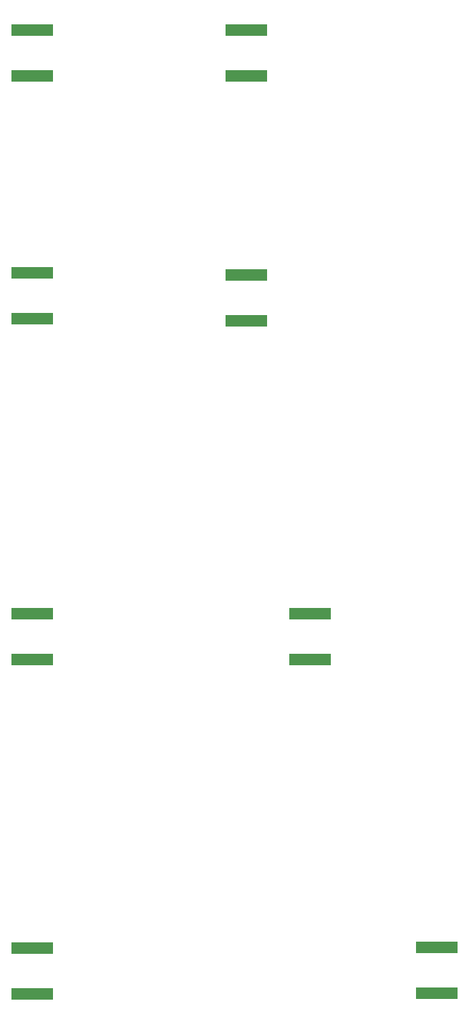
<source format=gbp>
G04*
G04 #@! TF.GenerationSoftware,Altium Limited,Altium Designer,22.10.1 (41)*
G04*
G04 Layer_Color=128*
%FSLAX25Y25*%
%MOIN*%
G70*
G04*
G04 #@! TF.SameCoordinates,10B0A499-9DE9-419A-BA03-DC6469FBBFFB*
G04*
G04*
G04 #@! TF.FilePolarity,Positive*
G04*
G01*
G75*
%ADD16R,0.19685X0.05512*%
D16*
X9843Y148000D02*
D03*
Y126740D02*
D03*
X198126Y126870D02*
D03*
Y148130D02*
D03*
X139224Y282443D02*
D03*
Y303702D02*
D03*
X9842D02*
D03*
Y282443D02*
D03*
Y462222D02*
D03*
Y440962D02*
D03*
X109503Y439923D02*
D03*
Y461183D02*
D03*
Y575356D02*
D03*
Y554096D02*
D03*
X9842D02*
D03*
Y575356D02*
D03*
M02*

</source>
